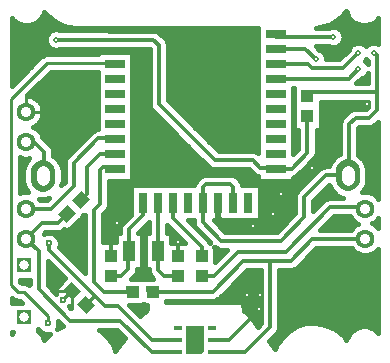
<source format=gbr>
G04 DipTrace 3.2.0.1*
G04 Âåðõíèé.gbr*
%MOMM*%
G04 #@! TF.FileFunction,Copper,L1,Top*
G04 #@! TF.Part,Single*
%AMOUTLINE0*
4,1,4,
-0.7426,0.03197,
-0.03877,0.7423,
0.7426,-0.03197,
0.03877,-0.7423,
-0.7426,0.03197,
0*%
%AMOUTLINE6*
4,1,4,
-0.50007,0.5499,
0.49987,0.5501,
0.50007,-0.5499,
-0.49987,-0.5501,
-0.50007,0.5499,
0*%
%AMOUTLINE9*
4,1,4,
-0.04307,-0.74207,
-0.7428,-0.02763,
0.04307,0.74207,
0.7428,0.02763,
-0.04307,-0.74207,
0*%
%AMOUTLINE12*
4,1,4,
0.54943,0.5006,
0.55057,-0.4994,
-0.54943,-0.5006,
-0.55057,0.4994,
0.54943,0.5006,
0*%
%AMOUTLINE15*
4,1,16,
-1.0495,-0.30177,
-0.94477,-0.75717,
-0.6528,-1.12203,
-0.23143,-1.32407,
0.23587,-1.32327,
0.65653,-1.11983,
0.94727,-0.754,
1.0505,-0.29823,
1.0495,0.30177,
0.94477,0.75717,
0.6528,1.12203,
0.23143,1.32407,
-0.23587,1.32327,
-0.65653,1.11983,
-0.94727,0.754,
-1.0505,0.29823,
-1.0495,-0.30177,
0*%
%AMOUTLINE21*
4,1,5,
-0.75,1.2,
0.75,1.2,
0.75,-0.95,
0.5,-1.2,
-0.75,-1.2,
-0.75,1.2,
0*%
%ADD15C,0.3*%
%ADD19C,0.2*%
%ADD34C,0.9*%
%ADD35C,0.8*%
%ADD36C,1.1*%
G04 #@! TA.AperFunction,CopperBalancing*
%ADD10C,0.25*%
G04 #@! TA.AperFunction,ViaPad*
%ADD16C,0.5*%
%ADD17C,0.6*%
G04 #@! TA.AperFunction,CopperBalancing*
%ADD18C,0.4*%
%ADD20R,1.0X1.1*%
G04 #@! TA.AperFunction,ComponentPad*
%ADD22C,1.6*%
%ADD23C,1.6*%
%ADD24R,1.7X0.8*%
%ADD25R,0.8X1.7*%
G04 #@! TA.AperFunction,ComponentPad*
%ADD26R,1.2X1.2*%
%ADD30R,0.8X0.4*%
%ADD31R,1.0X1.8*%
G04 #@! TA.AperFunction,ViaPad*
%ADD32C,0.7*%
%ADD60OUTLINE0*%
%ADD66OUTLINE6*%
%ADD69OUTLINE9*%
%ADD72OUTLINE12*%
G04 #@! TA.AperFunction,ComponentPad*
%ADD75OUTLINE15*%
%ADD81OUTLINE21*%
%FSLAX35Y35*%
G04*
G71*
G90*
G75*
G01*
G04 Top*
%LPD*%
X680000Y1203000D2*
D15*
Y1173053D1*
X1168627D1*
X680000Y1076000D2*
X931883D1*
X1023507Y984377D1*
X680000Y949000D2*
X950050D1*
X991977Y907073D1*
X1246397D1*
X1380220Y1040897D1*
X680000Y822000D2*
X1296967D1*
X1381520Y906553D1*
X63500Y-230000D2*
Y-393933D1*
X220583Y-551017D1*
X721770D1*
X922213Y-350573D1*
Y-179410D1*
X1103787Y2163D1*
X1302437D1*
Y436283D1*
X1356413Y490260D1*
X1473063D1*
X1535330Y552527D1*
Y703897D1*
Y1017580D1*
X1513760Y1039150D1*
X1289997Y2163D2*
D16*
X1302437D1*
X1535330Y703897D2*
D15*
X949603D1*
Y671213D1*
X63500Y-230000D2*
Y-96513D1*
X90060Y-69953D1*
X294961D1*
X318970Y-93963D1*
Y-228530D1*
X317500Y-230000D1*
X190500D2*
D16*
Y-361030D1*
X254367Y-424897D1*
X486967D1*
X667717D1*
X796090Y-296523D1*
Y-127777D1*
X987860Y63993D1*
X1127477Y203610D1*
Y533070D1*
X1204973Y610567D1*
X1452300D1*
X484657Y-423167D2*
D15*
X486967Y-424897D1*
X-1123830Y-1054883D2*
Y-1054180D1*
X-1046963Y-977313D1*
X538680Y-1130947D2*
X544320D1*
X282123Y-1393143D1*
X140087D1*
X-717743Y-677980D2*
Y-452843D1*
X-664513Y-399613D1*
X-145233Y-683577D2*
Y-563937D1*
X-145043Y-563747D1*
X987673Y64180D2*
D16*
X987860Y63993D1*
X-1250557Y-1250153D2*
D10*
Y-1186543D1*
X-1453333Y-983767D1*
X-1502113D1*
X-1562577Y-923303D1*
Y645947D1*
X-1254763Y953760D1*
X-684760D1*
X-680000Y949000D1*
X-1180123Y1152220D2*
D15*
X-354460D1*
X-311007Y1108767D1*
Y606087D1*
X164633Y130447D1*
X486823D1*
X549367Y67903D1*
X680000D1*
Y60000D1*
X814440D1*
X949603Y195163D1*
Y501213D1*
X-680000Y187000D2*
X-806417D1*
X-919013Y74403D1*
Y-158893D1*
X-963837Y-203717D1*
X54840Y-849670D2*
X156043D1*
X362013Y-643700D1*
X765827D1*
X1142387Y-267140D1*
X1423140D1*
X1435000Y-279000D1*
X-354687Y-983080D2*
X146503D1*
X406607Y-722977D1*
X631663D1*
X807943D1*
X991987Y-538933D1*
X1433067D1*
X1439000Y-533000D1*
X140087Y-1493143D2*
X421670D1*
X631663Y-1283150D1*
Y-722977D1*
X-1085290Y-322670D2*
X-1166097Y-403477D1*
X-1301477D1*
X-1431000Y-533000D1*
X-149913Y-1493143D2*
X-369547D1*
X-634630Y-1228060D1*
X-1058257D1*
X-1326927Y-959390D1*
Y-637073D1*
X-1431000Y-533000D1*
X-524687Y-983267D2*
X-774767D1*
X-859890Y-898143D1*
Y-291920D1*
X-808797Y-240827D1*
Y44780D1*
X-782463Y71113D1*
X-691113D1*
X-680000Y60000D1*
X-190500Y-229000D2*
Y-357540D1*
X54807Y-602847D1*
Y-679670D1*
X-1431000Y285000D2*
X-1365013D1*
X-1278400Y198387D1*
Y9437D1*
X-1289997Y-2160D1*
X-149913Y-1393143D2*
X-370260D1*
X-657663Y-1105740D1*
X-760537D1*
X-845867Y-1020410D1*
X-1240403Y-625873D1*
Y-573397D1*
X-926203Y-1096967D2*
X-922423D1*
X-845867Y-1020410D1*
X-1435000Y-279000D2*
X-1220400D1*
X-1029370Y-87970D1*
Y107393D1*
X-820617Y316147D1*
X-682147D1*
X-680000Y314000D1*
X-444500Y-230000D2*
Y-336963D1*
X-563530Y-455993D1*
Y-641343D1*
X-717743Y-847980D2*
X-625557D1*
X-566370Y-788793D1*
Y-644183D1*
X-563530Y-641343D1*
X-313530D2*
X-317500D1*
Y-230000D1*
X-145233Y-853577D2*
X-264697D1*
X-315943Y-802330D1*
Y-643757D1*
D16*
X1168627Y1173053D3*
X-1180123Y1152220D3*
D17*
X-1250557Y-1250153D3*
X-664513Y-399613D3*
X-145043Y-563747D3*
D16*
X1380220Y1040897D3*
X1513760Y1039150D3*
X1023507Y984377D3*
X1381520Y906553D3*
D17*
X-1240403Y-573397D3*
D32*
X1452300Y610567D3*
D17*
X-1123830Y-1054883D3*
X538680Y-1130947D3*
D32*
X484657Y-423167D3*
D17*
X660540Y-325367D3*
X723217Y-153687D3*
X987673Y64180D3*
X543857Y-1014403D3*
X436410Y-1012793D3*
X-1287740Y1359203D2*
D18*
X-1256833D1*
X1254603D2*
X1287773D1*
X-1316803Y1319537D2*
X-1213943D1*
X1203587D2*
X1316760D1*
X-1548133Y1279870D2*
X-1473867D1*
X-1386100D2*
X-1149413D1*
X1146633D2*
X1386133D1*
X1473900D2*
X1545353D1*
X-1547897Y1240203D2*
X529417D1*
X1227337D2*
X1545353D1*
X-1547977Y1200537D2*
X-1255977D1*
X-290477D2*
X529417D1*
X1254760D2*
X1545353D1*
X-1548053Y1160870D2*
X-1270273D1*
X-250867D2*
X529417D1*
X1258353D2*
X1545353D1*
X-1548053Y1121203D2*
X-1264960D1*
X-231413D2*
X529417D1*
X1242023D2*
X1343790D1*
X1416633D2*
X1482070D1*
X-1548133Y1081537D2*
X-1234180D1*
X-230397D2*
X529417D1*
X1038667D2*
X1299727D1*
X-1548133Y1041870D2*
X-830583D1*
X-529383D2*
X-391600D1*
X-230397D2*
X529417D1*
X1092260D2*
X1268867D1*
X-1548210Y1002203D2*
X-1315117D1*
X-529383D2*
X-391600D1*
X-230397D2*
X529417D1*
X1112260D2*
X1229180D1*
X-1548287Y962537D2*
X-1354803D1*
X-529383D2*
X-391600D1*
X-230397D2*
X529417D1*
X-1548287Y922870D2*
X-1394413D1*
X-529383D2*
X-391600D1*
X-230397D2*
X529417D1*
X-1548367Y883203D2*
X-1434100D1*
X-529383D2*
X-391600D1*
X-230397D2*
X529417D1*
X-1548367Y843537D2*
X-1473787D1*
X-1256180D2*
X-830583D1*
X-529383D2*
X-391600D1*
X-230397D2*
X529417D1*
X-1548443Y803870D2*
X-1513477D1*
X-1295867D2*
X-830583D1*
X-529383D2*
X-391600D1*
X-230397D2*
X529417D1*
X1391167D2*
X1454727D1*
X-1335553Y764203D2*
X-830583D1*
X-529383D2*
X-391600D1*
X-230397D2*
X529417D1*
X-1375163Y724537D2*
X-830583D1*
X-529383D2*
X-391600D1*
X-230397D2*
X529417D1*
X-1414850Y684870D2*
X-830583D1*
X-529383D2*
X-391600D1*
X-230397D2*
X529417D1*
X-1337350Y645203D2*
X-830583D1*
X-529383D2*
X-391600D1*
X-230397D2*
X529417D1*
X-1306023Y605537D2*
X-830583D1*
X-529383D2*
X-391600D1*
X-198133D2*
X529417D1*
X1065227D2*
X1454727D1*
X-1291960Y565870D2*
X-830583D1*
X-529383D2*
X-380193D1*
X-158443D2*
X529417D1*
X1065227D2*
X1340117D1*
X-1290007Y526203D2*
X-830583D1*
X-529383D2*
X-343477D1*
X-118757D2*
X529417D1*
X1065227D2*
X1280040D1*
X-1299460Y486537D2*
X-830583D1*
X-529383D2*
X-303787D1*
X-79147D2*
X529417D1*
X1065227D2*
X1240587D1*
X-1323443Y446870D2*
X-830583D1*
X-529383D2*
X-264100D1*
X-39460D2*
X529417D1*
X1065227D2*
X1222540D1*
X-1355477Y407203D2*
X-830583D1*
X-529383D2*
X-224490D1*
X227D2*
X529417D1*
X1065227D2*
X1221837D1*
X1385697D2*
X1545353D1*
X-1311960Y367537D2*
X-881523D1*
X-529383D2*
X-184803D1*
X39837D2*
X529417D1*
X830617D2*
X869023D1*
X1030227D2*
X1221837D1*
X1383040D2*
X1545353D1*
X-1292037Y327870D2*
X-921210D1*
X-529383D2*
X-145117D1*
X79523D2*
X529417D1*
X830617D2*
X869023D1*
X1030227D2*
X1221837D1*
X1383040D2*
X1545353D1*
X-1255867Y288203D2*
X-960897D1*
X-529383D2*
X-105430D1*
X119213D2*
X529417D1*
X830617D2*
X869023D1*
X1030227D2*
X1221837D1*
X1383040D2*
X1545353D1*
X-1216490Y248537D2*
X-1000583D1*
X-529383D2*
X-65820D1*
X158900D2*
X529417D1*
X830617D2*
X869023D1*
X1030227D2*
X1221837D1*
X1383040D2*
X1545353D1*
X-1198523Y208870D2*
X-1040193D1*
X-529383D2*
X-26133D1*
X198510D2*
X529417D1*
X830617D2*
X851043D1*
X1030227D2*
X1221837D1*
X1383040D2*
X1545353D1*
X-1197820Y169203D2*
X-1079883D1*
X-529383D2*
X13557D1*
X1025697D2*
X1192697D1*
X1387337D2*
X1545353D1*
X-1484460Y129537D2*
X-1422693D1*
X-1157430D2*
X-1106680D1*
X-529383D2*
X53243D1*
X996320D2*
X1153867D1*
X1426010D2*
X1545353D1*
X-1484460Y89870D2*
X-1448007D1*
X-1132117D2*
X-1109960D1*
X-529383D2*
X92853D1*
X956633D2*
X1130900D1*
X1448900D2*
X1545353D1*
X-1484460Y50203D2*
X-1457070D1*
X-1122977D2*
X-1109917D1*
X-529383D2*
X454727D1*
X916947D2*
X1039493D1*
X1458040D2*
X1545353D1*
X-1484460Y10537D2*
X-1460617D1*
X-529383D2*
X494570D1*
X877337D2*
X999807D1*
X1460617D2*
X1545353D1*
X-1484460Y-29130D2*
X-1460487D1*
X-529383D2*
X18557D1*
X374133D2*
X529417D1*
X830617D2*
X960197D1*
X1460617D2*
X1545353D1*
X-1484460Y-68797D2*
X-1453787D1*
X-728210D2*
X-11913D1*
X397570D2*
X920510D1*
X1452883D2*
X1545353D1*
X-1484460Y-108463D2*
X-1441913D1*
X-728210D2*
X-550117D1*
X550070D2*
X880820D1*
X1105463D2*
X1140743D1*
X1439290D2*
X1545353D1*
X-728210Y-148130D2*
X-550117D1*
X550070D2*
X848320D1*
X1065853D2*
X1172307D1*
X1493040D2*
X1545353D1*
X-728210Y-187797D2*
X-550117D1*
X550070D2*
X841603D1*
X1026167D2*
X1240900D1*
X-728210Y-227463D2*
X-550117D1*
X550070D2*
X841603D1*
X1002807D2*
X1069727D1*
X-732820Y-267130D2*
X-550117D1*
X550070D2*
X841603D1*
X1002807D2*
X1030040D1*
X-762430Y-306797D2*
X-550117D1*
X550070D2*
X841603D1*
X-779303Y-346463D2*
X-566367D1*
X550070D2*
X814023D1*
X1175383D2*
X1306523D1*
X-986570Y-386130D2*
X-940507D1*
X-779303D2*
X-605977D1*
X-49617D2*
X-17070D1*
X168040D2*
X774337D1*
X1135697D2*
X1338400D1*
X1531557D2*
X1545433D1*
X-1027117Y-425797D2*
X-940507D1*
X-779303D2*
X-637930D1*
X-421023D2*
X-398083D1*
X207727D2*
X734650D1*
X1096087D2*
X1342463D1*
X-1117117Y-465463D2*
X-940507D1*
X-779303D2*
X-644100D1*
X-460633D2*
X-398083D1*
X-236883D2*
X-194883D1*
X247337D2*
X694963D1*
X-1175320Y-505130D2*
X-940507D1*
X-779303D2*
X-679100D1*
X-447897D2*
X-429150D1*
X-197897D2*
X-155273D1*
X-1149383Y-544797D2*
X-940507D1*
X-779303D2*
X-679100D1*
X-447897D2*
X-429150D1*
X-197897D2*
X-115583D1*
X-1145477Y-584463D2*
X-940507D1*
X-447897D2*
X-429150D1*
X-1129850Y-624130D2*
X-940507D1*
X-447897D2*
X-429150D1*
X170383D2*
X193697D1*
X1019133D2*
X1326603D1*
X-1090163Y-663797D2*
X-940507D1*
X-447897D2*
X-429150D1*
X170383D2*
X229570D1*
X979447D2*
X1380743D1*
X1497260D2*
X1545353D1*
X-1050477Y-703463D2*
X-940507D1*
X-447897D2*
X-429150D1*
X170383D2*
X189923D1*
X939760D2*
X1545353D1*
X-1010787Y-743130D2*
X-940507D1*
X-447897D2*
X-429150D1*
X900150D2*
X1545353D1*
X-1246333Y-782797D2*
X-1195820D1*
X-971180D2*
X-940507D1*
X-447897D2*
X-429150D1*
X859760D2*
X1545353D1*
X-1246333Y-822463D2*
X-1156133D1*
X-493600D2*
X-393867D1*
X419447D2*
X551057D1*
X712260D2*
X1545353D1*
X-1246333Y-862130D2*
X-1116443D1*
X-527350D2*
X-368477D1*
X379760D2*
X551057D1*
X712260D2*
X1545353D1*
X-1475320Y-901797D2*
X-1407537D1*
X-1246333D2*
X-1140273D1*
X340150D2*
X551057D1*
X712260D2*
X1545353D1*
X-1232507Y-941463D2*
X-1177460D1*
X300463D2*
X551057D1*
X712260D2*
X1545353D1*
X260773Y-981130D2*
X551057D1*
X712260D2*
X1545353D1*
X221087Y-1020797D2*
X551057D1*
X712260D2*
X1545353D1*
X-1550633Y-1060463D2*
X-1485430D1*
X-240477D2*
X551057D1*
X712260D2*
X1545353D1*
X-550943Y-1100130D2*
X-416053D1*
X411947D2*
X551057D1*
X712260D2*
X1545353D1*
X-511257Y-1139797D2*
X-416053D1*
X411947D2*
X551057D1*
X712260D2*
X1545353D1*
X455853Y-1179463D2*
X551057D1*
X712260D2*
X1545353D1*
X486400Y-1219130D2*
X551057D1*
X712260D2*
X1545353D1*
X-1155397Y-1258797D2*
X-1139890D1*
X516867D2*
X543713D1*
X712260D2*
X911133D1*
X1080150D2*
X1545353D1*
X710697Y-1298463D2*
X817227D1*
X1185463D2*
X1343400D1*
X1516633D2*
X1545353D1*
X-1300710Y-1338130D2*
X-1280087D1*
X-771883D2*
X-636913D1*
X688977D2*
X764180D1*
X1235773D2*
X1300743D1*
X-733990Y-1377797D2*
X-606443D1*
X649367D2*
X724493D1*
X-703523Y-1417463D2*
X-635740D1*
X638820D2*
X695587D1*
X-684227Y-1457130D2*
X-665020D1*
X-201943Y-566977D2*
X-89380D1*
X-240900Y-415467D1*
Y-489767D1*
X-201930Y-489743D1*
Y-567010D1*
X-783297Y-561380D2*
X-675140D1*
X-675130Y-489743D1*
X-640207D1*
X-639893Y-449983D1*
X-638013Y-438110D1*
X-634300Y-426680D1*
X-628843Y-415970D1*
X-621777Y-406247D1*
X-546153Y-330290D1*
X-546100Y-83400D1*
X-292147D1*
X-292100Y-82400D1*
X-88900D1*
Y-83417D1*
X-11897Y-83400D1*
X-9350Y-72843D1*
X-4750Y-61737D1*
X1530Y-51490D1*
X9337Y-42350D1*
X40313Y-11703D1*
X50037Y-4640D1*
X60747Y817D1*
X72180Y4530D1*
X84050Y6413D1*
X210060Y6647D1*
X308630Y6413D1*
X320503Y4530D1*
X331933Y817D1*
X342643Y-4640D1*
X352367Y-11703D1*
X373137Y-32137D1*
X380943Y-41277D1*
X387223Y-51527D1*
X391823Y-62633D1*
X394627Y-74320D1*
X395337Y-80317D1*
X402900Y-83400D1*
X546100D1*
Y-376600D1*
X154490D1*
X252290Y-474397D1*
X690037Y-474417D1*
X845653Y-318803D1*
X845850Y-173400D1*
X847730Y-161527D1*
X851443Y-150097D1*
X856900Y-139387D1*
X863967Y-129663D1*
X952900Y-40393D1*
X1054040Y60410D1*
X1063763Y67477D1*
X1074473Y72933D1*
X1085903Y76647D1*
X1097777Y78527D1*
X1132460Y78763D1*
X1136443Y95843D1*
X1140027Y104820D1*
X1144983Y113140D1*
X1179273Y156137D1*
X1186397Y162670D1*
X1194473Y168020D1*
X1225870Y183310D1*
X1226073Y442293D1*
X1227953Y454167D1*
X1231667Y465597D1*
X1237123Y476307D1*
X1244190Y486030D1*
X1302250Y544423D1*
X1311390Y552230D1*
X1321637Y558510D1*
X1332743Y563110D1*
X1344430Y565917D1*
X1356413Y566860D1*
X1441337D1*
X1458730Y584253D1*
Y627293D1*
X1061190Y627297D1*
X1061203Y384613D1*
X1026127D1*
X1025967Y189153D1*
X1024087Y177280D1*
X1020373Y165850D1*
X1014917Y155140D1*
X1007850Y145417D1*
X918913Y56147D1*
X864187Y1753D1*
X854463Y-5313D1*
X843753Y-10770D1*
X832300Y-14487D1*
X826600Y-18400D1*
Y-41600D1*
X533400D1*
Y-6990D1*
X520053Y-2867D1*
X509343Y2590D1*
X499620Y9657D1*
X455040Y53900D1*
X158623Y54083D1*
X146750Y55963D1*
X135320Y59677D1*
X124610Y65133D1*
X114887Y72200D1*
X25617Y161133D1*
X-369253Y556340D1*
X-376320Y566063D1*
X-381777Y576773D1*
X-385490Y588203D1*
X-387370Y600077D1*
X-387607Y726087D1*
Y1075697D1*
X-1139693Y1075620D1*
X-1153363Y1069860D1*
X-1166577Y1066687D1*
X-1180123Y1065620D1*
X-1193670Y1066687D1*
X-1206883Y1069860D1*
X-1219440Y1075060D1*
X-1231027Y1082160D1*
X-1241360Y1090983D1*
X-1250183Y1101317D1*
X-1257283Y1112903D1*
X-1262483Y1125460D1*
X-1265657Y1138673D1*
X-1266723Y1152220D1*
X-1265657Y1165767D1*
X-1262483Y1178980D1*
X-1257283Y1191537D1*
X-1250183Y1203123D1*
X-1241360Y1213457D1*
X-1231027Y1222280D1*
X-1219440Y1229380D1*
X-1206883Y1234580D1*
X-1193670Y1237753D1*
X-1180123Y1238820D1*
X-1166577Y1237753D1*
X-1153363Y1234580D1*
X-1139810Y1228823D1*
X-348450Y1228583D1*
X-336577Y1226703D1*
X-325147Y1222990D1*
X-314437Y1217533D1*
X-304713Y1210467D1*
X-256843Y1162930D1*
X-249037Y1153790D1*
X-242757Y1143543D1*
X-238157Y1132437D1*
X-235350Y1120750D1*
X-234407Y1108767D1*
Y637750D1*
X196313Y207097D1*
X492833Y206810D1*
X504707Y204930D1*
X516137Y201217D1*
X526847Y195760D1*
X531867Y192403D1*
X533400Y205400D1*
Y669600D1*
X533480Y1050600D1*
X533400Y1246947D1*
X-1008040Y1249137D1*
X-1079727Y1255057D1*
X-1135033Y1273677D1*
X-1207883Y1317633D1*
X-1272273Y1377493D1*
X-1273200Y1378770D1*
X-1282270Y1382000D1*
X-1291597Y1359480D1*
X-1304333Y1338697D1*
X-1320163Y1320163D1*
X-1338697Y1304333D1*
X-1359480Y1291597D1*
X-1382000Y1282270D1*
X-1405700Y1276580D1*
X-1430000Y1274667D1*
X-1454300Y1276580D1*
X-1478000Y1282270D1*
X-1500520Y1291597D1*
X-1521303Y1304333D1*
X-1539837Y1320163D1*
X-1552747Y1334993D1*
X-1551953Y1222173D1*
X-1552497Y760847D1*
X-1302887Y1010107D1*
X-1293480Y1016940D1*
X-1283120Y1022220D1*
X-1272063Y1025813D1*
X-1260577Y1027633D1*
X-1134763Y1027860D1*
X-826560D1*
X-826600Y1050600D1*
X-533400D1*
Y339400D1*
Y-41600D1*
X-732227D1*
X-732433Y-246837D1*
X-734313Y-258710D1*
X-738027Y-270140D1*
X-743483Y-280850D1*
X-750550Y-290573D1*
X-783303Y-323663D1*
X-783290Y-561373D1*
X-1164927Y-930703D2*
X-1104703Y-869923D1*
X-1250327Y-724280D1*
Y-927620D1*
X-1176363Y-1001623D1*
X-1180583Y-990577D1*
X-1182647Y-978773D1*
X-1182387Y-966797D1*
X-1179813Y-955093D1*
X-1175023Y-944113D1*
X-1168197Y-934267D1*
X-1165500Y-931290D1*
X-1061367Y-1110367D2*
X-1068860Y-1107493D1*
X-1058967Y-1113053D1*
X-1060630Y-1117357D1*
X-1054277Y-1123710D1*
X-1058960Y-1113073D1*
X1549383Y1330727D2*
X1539837Y1320163D1*
X1521303Y1304333D1*
X1500520Y1291597D1*
X1478000Y1282270D1*
X1454300Y1276580D1*
X1430000Y1274667D1*
X1405700Y1276580D1*
X1382000Y1282270D1*
X1359480Y1291597D1*
X1338697Y1304333D1*
X1320163Y1320163D1*
X1304333Y1338697D1*
X1291597Y1359480D1*
X1282270Y1382000D1*
X1278970Y1393693D1*
X1244207Y1351833D1*
X1146123Y1281263D1*
X1122490Y1274897D1*
X1020497Y1249663D1*
X1128203Y1249653D1*
X1141867Y1255413D1*
X1155080Y1258587D1*
X1168627Y1259653D1*
X1182173Y1258587D1*
X1195387Y1255413D1*
X1207943Y1250213D1*
X1219530Y1243113D1*
X1229863Y1234290D1*
X1238687Y1223957D1*
X1245787Y1212370D1*
X1250987Y1199813D1*
X1254160Y1186600D1*
X1255227Y1173053D1*
X1254160Y1159507D1*
X1250987Y1146293D1*
X1245787Y1133737D1*
X1238687Y1122150D1*
X1229863Y1111817D1*
X1219530Y1102993D1*
X1207943Y1095893D1*
X1195387Y1090693D1*
X1182173Y1087520D1*
X1168627Y1086453D1*
X1155080Y1087520D1*
X1141867Y1090693D1*
X1128313Y1096450D1*
X1019800Y1096453D1*
X1049080Y1067133D1*
X1062823Y1061537D1*
X1074410Y1054437D1*
X1084743Y1045613D1*
X1093567Y1035280D1*
X1100667Y1023693D1*
X1105867Y1011137D1*
X1109040Y997923D1*
X1110080Y983660D1*
X1214710Y983673D1*
X1297470Y1066477D1*
X1303060Y1080213D1*
X1310160Y1091800D1*
X1318983Y1102133D1*
X1329317Y1110957D1*
X1340903Y1118057D1*
X1353460Y1123257D1*
X1366673Y1126430D1*
X1380220Y1127497D1*
X1393767Y1126430D1*
X1406980Y1123257D1*
X1419537Y1118057D1*
X1431123Y1110957D1*
X1441457Y1102133D1*
X1447667Y1095117D1*
X1457517Y1105000D1*
X1468510Y1112990D1*
X1480620Y1119157D1*
X1493543Y1123357D1*
X1506967Y1125483D1*
X1520553D1*
X1533977Y1123357D1*
X1546900Y1119157D1*
X1549383Y1118013D1*
X1549377Y1330573D1*
X-1554990Y-1337837D2*
X-1541163Y-1321597D1*
X-1554883Y-1321600D1*
X-1328383Y-1312563D2*
X-1311883Y-1329120D1*
X-1297557Y-1348840D1*
X-1286490Y-1370557D1*
X-1278960Y-1393737D1*
X-1278800Y-1394533D1*
X-1258957Y-1365197D1*
X-1232807Y-1340040D1*
X-1243370Y-1341470D1*
X-1257743D1*
X-1271940Y-1339223D1*
X-1285610Y-1334780D1*
X-1298417Y-1328257D1*
X-1310047Y-1319807D1*
X-1320210Y-1309643D1*
X-1328393Y-1298410D1*
X1279617Y-1391400D2*
X1286490Y-1370557D1*
X1297557Y-1348840D1*
X1311883Y-1329120D1*
X1329120Y-1311883D1*
X1348840Y-1297557D1*
X1370557Y-1286490D1*
X1393737Y-1278960D1*
X1417813Y-1275147D1*
X1442187D1*
X1466263Y-1278960D1*
X1489443Y-1286490D1*
X1511160Y-1297557D1*
X1530880Y-1311883D1*
X1548117Y-1329120D1*
X1549383Y-1330727D1*
X1549377Y-621770D1*
X1539127Y-633127D1*
X1522230Y-647557D1*
X1503287Y-659167D1*
X1482757Y-667670D1*
X1461150Y-672857D1*
X1439000Y-674600D1*
X1416850Y-672857D1*
X1395243Y-667670D1*
X1374713Y-659167D1*
X1355770Y-647557D1*
X1338873Y-633127D1*
X1324443Y-616230D1*
X1323983Y-615543D1*
X1023770Y-615533D1*
X857690Y-781223D1*
X847967Y-788290D1*
X837257Y-793747D1*
X825827Y-797460D1*
X813953Y-799340D1*
X708333Y-799577D1*
X708027Y-1289160D1*
X706147Y-1301033D1*
X702433Y-1312463D1*
X696977Y-1323173D1*
X689910Y-1332897D1*
X622133Y-1401010D1*
X675320Y-1470183D1*
X693937Y-1425297D1*
X738457Y-1364583D1*
X797167Y-1312690D1*
X860597Y-1275553D1*
X940520Y-1251280D1*
X1018323Y-1249727D1*
X1100213Y-1262820D1*
X1181793Y-1298870D1*
X1257947Y-1359020D1*
X1279530Y-1391280D1*
X1316420Y-462310D2*
X1324443Y-449770D1*
X1338873Y-432873D1*
X1355770Y-418443D1*
X1374450Y-406983D1*
X1361013Y-399733D1*
X1343037Y-386673D1*
X1327327Y-370963D1*
X1314267Y-352987D1*
X1309110Y-343777D1*
X1174157Y-343740D1*
X1055517Y-462340D1*
X1316283Y-462333D1*
X1499460Y-405070D2*
X1512987Y-412267D1*
X1530963Y-425327D1*
X1546673Y-441037D1*
X1549390Y-444483D1*
X1549377Y-362550D1*
X1535127Y-379127D1*
X1518230Y-393557D1*
X1499550Y-405017D1*
X1410677Y-139577D2*
X1423890Y-137837D1*
X1446110D1*
X1468057Y-141313D1*
X1489187Y-148180D1*
X1508987Y-158267D1*
X1526963Y-171327D1*
X1542673Y-187037D1*
X1549370Y-195530D1*
X1549377Y458230D1*
X1522810Y432013D1*
X1513087Y424947D1*
X1502377Y419490D1*
X1490947Y415777D1*
X1479073Y413897D1*
X1388140Y413660D1*
X1379033Y404553D1*
X1379037Y171360D1*
X1390270Y165063D1*
X1397770Y158963D1*
X1415870Y137237D1*
X1435443Y112473D1*
X1440227Y104077D1*
X1443643Y95013D1*
X1455877Y41393D1*
X1456580Y12443D1*
X1456463Y-32390D1*
X1450707Y-60773D1*
X1443550Y-91517D1*
X1439963Y-100493D1*
X1435010Y-108813D1*
X1410737Y-139513D1*
X-1488497Y-147923D2*
X-1468057Y-141313D1*
X-1446110Y-137837D1*
X-1423890D1*
X-1414530Y-138943D1*
X-1435440Y-112470D1*
X-1440227Y-104073D1*
X-1443643Y-95010D1*
X-1455877Y-41390D1*
X-1456580Y-12440D1*
X-1456513Y31707D1*
X-1455127Y41270D1*
X-1443550Y91520D1*
X-1439967Y100497D1*
X-1435010Y108817D1*
X-1405853Y145660D1*
X-1419890Y143837D1*
X-1442110D1*
X-1464057Y147313D1*
X-1485187Y154180D1*
X-1488460Y155687D1*
X-1488477Y-147880D1*
X-1320470Y-195737D2*
X-1316027Y-202377D1*
X-1252110Y-202400D1*
X-1239707Y-189977D1*
X-1248597Y-193457D1*
X-1258040Y-195517D1*
X-1286303Y-196120D1*
X-1317887Y-195983D1*
X-1370540Y412930D2*
X-1357013Y405733D1*
X-1339037Y392673D1*
X-1323327Y376963D1*
X-1310267Y358987D1*
X-1300180Y339187D1*
X-1294717Y323030D1*
X-1220153Y248133D1*
X-1213087Y238410D1*
X-1207630Y227700D1*
X-1203917Y216270D1*
X-1202037Y204397D1*
X-1201800Y167370D1*
X-1189723Y160740D1*
X-1182223Y154640D1*
X-1164123Y132913D1*
X-1144550Y108153D1*
X-1139767Y99753D1*
X-1136350Y90690D1*
X-1124117Y37070D1*
X-1123413Y8120D1*
X-1123527Y-36713D1*
X-1129287Y-65097D1*
X-1133143Y-83413D1*
X-1106020Y-56290D1*
X-1105733Y113403D1*
X-1103853Y125277D1*
X-1100140Y136707D1*
X-1094683Y147417D1*
X-1087617Y157140D1*
X-998683Y246410D1*
X-870363Y374393D1*
X-860640Y381460D1*
X-849930Y386917D1*
X-838500Y390630D1*
X-826603Y392513D1*
X-826600Y879697D1*
X-1224057Y879660D1*
X-1423613Y680117D1*
X-1406470Y677697D1*
X-1391013Y673597D1*
X-1376120Y667777D1*
X-1361973Y660317D1*
X-1348760Y651310D1*
X-1336647Y640870D1*
X-1325790Y629130D1*
X-1316323Y616240D1*
X-1308370Y602367D1*
X-1302033Y587683D1*
X-1297390Y572383D1*
X-1294503Y556653D1*
X-1293400Y539000D1*
X-1294303Y523033D1*
X-1297000Y507273D1*
X-1301457Y491913D1*
X-1307620Y477157D1*
X-1315403Y463190D1*
X-1324713Y450187D1*
X-1335433Y438317D1*
X-1347420Y427733D1*
X-1360523Y418567D1*
X-1370417Y412993D1*
X873000Y384613D2*
X838003D1*
Y745473D1*
X826577Y745400D1*
X826523Y466400D1*
Y212400D1*
X826600Y180553D1*
X873027Y226913D1*
X873003Y384617D1*
X166397Y-644650D2*
X166413Y-730937D1*
X269760Y-627623D1*
X214573Y-627380D1*
X202700Y-625500D1*
X191270Y-621787D1*
X180560Y-616330D1*
X170837Y-609263D1*
X166403Y-605163D1*
X163377Y-605613D1*
X165633Y-615013D1*
X166393Y-624650D1*
X166397Y-644650D1*
X123800Y-566067D2*
X128373Y-567753D1*
X109850Y-548613D1*
X5253Y-443680D1*
X-1813Y-433957D1*
X-7270Y-423247D1*
X-10983Y-411817D1*
X-12863Y-399943D1*
X-14900Y-376600D1*
X-63070D1*
X113053Y-553100D1*
X120130Y-562843D1*
X161693Y-601060D2*
X163377Y-605613D1*
X-982197Y-377910D2*
X-1050080Y-444130D1*
X-1057957Y-449730D1*
X-1066617Y-454030D1*
X-1075840Y-456920D1*
X-1085403Y-458333D1*
X-1095067Y-458233D1*
X-1104600Y-456623D1*
X-1109257Y-455253D1*
X-1121073Y-465447D1*
X-1131320Y-471727D1*
X-1142427Y-476327D1*
X-1154113Y-479133D1*
X-1166097Y-480077D1*
X-1269770D1*
X-1280957Y-491283D1*
X-1268710Y-486280D1*
X-1254733Y-482923D1*
X-1240403Y-481797D1*
X-1226073Y-482923D1*
X-1212097Y-486280D1*
X-1198817Y-491780D1*
X-1186563Y-499290D1*
X-1175633Y-508627D1*
X-1166297Y-519557D1*
X-1158787Y-531810D1*
X-1153287Y-545090D1*
X-1149930Y-559067D1*
X-1148803Y-573397D1*
X-1149930Y-587727D1*
X-1153287Y-601703D1*
X-1154073Y-603837D1*
X-936487Y-821460D1*
X-936503Y-330777D1*
X-945163Y-335077D1*
X-949737Y-336710D1*
X-952627Y-339550D1*
X-956417Y-348440D1*
X-961553Y-356630D1*
X-967907Y-363913D1*
X-982197Y-377910D1*
X-244707Y-1060910D2*
X-249767Y-1069187D1*
X-132057Y-1069517D1*
X391073Y-1069763D1*
X397023Y-1071697D1*
X402087Y-1075373D1*
X405763Y-1080437D1*
X407697Y-1086387D1*
X407943Y-1144750D1*
X420003Y-1149017D1*
X428380Y-1153843D1*
X435897Y-1159920D1*
X442370Y-1167097D1*
X528017Y-1278533D1*
X555053Y-1251430D1*
X555063Y-799633D1*
X438303Y-799577D1*
X196250Y-1041327D1*
X186527Y-1048393D1*
X175817Y-1053850D1*
X164387Y-1057563D1*
X152513Y-1059443D1*
X26503Y-1059680D1*
X-244043D1*
X-414373Y-1094557D2*
X-423943Y-1093053D1*
X-433140Y-1090077D1*
X-437550Y-1088050D1*
X-441603Y-1088063D1*
X-450530Y-1091770D1*
X-459927Y-1094037D1*
X-469563Y-1094807D1*
X-560110Y-1094907D1*
X-464453Y-1190620D1*
X-443900Y-1163000D1*
X-437050Y-1156180D1*
X-429220Y-1150513D1*
X-420600Y-1146143D1*
X-416040Y-1144470D1*
X-412057Y-1129517D1*
Y-1094750D1*
X-389810Y-871517D2*
X-355043Y-871480D1*
X-374190Y-852077D1*
X-381257Y-842353D1*
X-386713Y-831643D1*
X-390427Y-820213D1*
X-392307Y-808340D1*
X-392543Y-792877D1*
X-425130Y-792943D1*
Y-489743D1*
X-394113D1*
X-394100Y-394860D1*
X-486957Y-487750D1*
X-475130Y-489743D1*
X-451930D1*
Y-792943D1*
X-489820D1*
X-491887Y-806677D1*
X-495600Y-818107D1*
X-501057Y-828817D1*
X-508123Y-838540D1*
X-540880Y-871630D1*
X-464977Y-871790D1*
X-455430Y-873293D1*
X-446233Y-876270D1*
X-441820Y-878300D1*
X-437770Y-878283D1*
X-428843Y-874577D1*
X-419447Y-872310D1*
X-409810Y-871540D1*
X-389810Y-871517D1*
X-1159240Y-1257340D2*
X-1161487Y-1271537D1*
X-1165930Y-1285207D1*
X-1170820Y-1295097D1*
X-1123323Y-1271317D1*
X-1160317Y-1234330D1*
X-1158957Y-1250153D1*
X-1159240Y-1257340D1*
X1446253Y984883D2*
X1435483Y974273D1*
X1442757Y967790D1*
X1451580Y957457D1*
X1458737Y945747D1*
X1458730Y972257D1*
X1447910Y982907D1*
X1446313Y984930D1*
X1458737Y867360D2*
X1451580Y855650D1*
X1442757Y845317D1*
X1432423Y836493D1*
X1420837Y829393D1*
X1407180Y823883D1*
X1363837Y780543D1*
X1458743Y780497D1*
X1458730Y867257D1*
X-1403477Y-881600D2*
X-1488477D1*
X-1481897Y-899190D1*
X-1471453Y-909633D1*
X-1447520Y-909893D1*
X-1436033Y-911713D1*
X-1424977Y-915307D1*
X-1414617Y-920587D1*
X-1405193Y-927437D1*
X-1403527Y-919390D1*
Y-881657D1*
X-1554647Y-1078400D2*
X-1463553D1*
X-1483983Y-1057910D1*
X-1507927Y-1057640D1*
X-1519413Y-1055820D1*
X-1530470Y-1052227D1*
X-1540830Y-1046947D1*
X-1550237Y-1040113D1*
X-1554567Y-1036107D1*
X-1554663Y-1078373D1*
X1176570Y-148467D2*
X1144553Y-108147D1*
X1139767Y-99750D1*
X1136350Y-90687D1*
X1129667Y-80287D1*
X998797Y-211157D1*
X998813Y-302457D1*
X1092640Y-208893D1*
X1102363Y-201827D1*
X1113073Y-196370D1*
X1124503Y-192657D1*
X1136377Y-190777D1*
X1254183Y-190540D1*
X1243360Y-187187D1*
X1193807Y-163323D1*
X1185853Y-157833D1*
X1178843Y-151150D1*
X-678697Y-1481167D2*
X-598580Y-1372507D1*
X-666393Y-1304627D1*
X-819707Y-1304660D1*
X-801673Y-1315747D1*
X-753070Y-1358193D1*
X-700037Y-1427670D1*
X-678707Y-1481227D1*
X-145233Y-567053D2*
D10*
Y-683577D1*
X-717743Y-561457D2*
Y-677980D1*
X-1046963Y-977313D2*
Y-1112947D1*
X-1182783Y-977313D2*
X-1046963D1*
X-1435000Y680523D2*
Y539000D1*
X-1293477D1*
X190500Y-230000D2*
Y-376523D1*
D20*
X-145233Y-853577D3*
Y-683577D3*
X-717743Y-677980D3*
Y-847980D3*
D60*
X-1046963Y-977313D3*
X-926203Y-1096967D3*
D22*
X1439000Y-533000D3*
D23*
X1435000Y-279000D3*
D22*
X-1431000Y-533000D3*
D23*
X-1435000Y-279000D3*
D22*
X-1431000Y285000D3*
D23*
X-1435000Y539000D3*
D20*
X949603Y501213D3*
Y671213D3*
D66*
X54840Y-849670D3*
X54807Y-679670D3*
D69*
X-1085290Y-322670D3*
X-963837Y-203717D3*
D72*
X-354687Y-983080D3*
X-524687Y-983267D3*
D24*
X-680000Y60000D3*
Y187000D3*
Y314000D3*
Y441000D3*
Y568000D3*
Y695000D3*
Y822000D3*
Y949000D3*
X680000Y60000D3*
Y187000D3*
Y314000D3*
Y441000D3*
Y568000D3*
Y695000D3*
Y822000D3*
Y949000D3*
Y1076000D3*
Y1203000D3*
D25*
X-63500Y-230000D3*
X63500D3*
X-190500Y-229000D3*
X190500Y-230000D3*
X-317500D3*
X317500D3*
X-444500D3*
X444500D3*
D26*
X-1450000Y-760000D3*
Y-1200000D3*
D75*
X1289997Y2163D3*
X-1289997Y-2160D3*
D30*
X-149913Y-1493143D3*
Y-1393143D3*
Y-1293143D3*
X140087Y-1493143D3*
Y-1393143D3*
Y-1293143D3*
D81*
X-4913Y-1393143D3*
D31*
X-563530Y-641343D3*
X-313530D3*
G04 Top Clear*
%LPC*%
D19*
X1168627Y1173053D3*
X-1180123Y1152220D3*
D15*
X-1250557Y-1250153D3*
X-664513Y-399613D3*
X-145043Y-563747D3*
D19*
X1380220Y1040897D3*
X1513760Y1039150D3*
X1023507Y984377D3*
X1381520Y906553D3*
D15*
X-1240403Y-573397D3*
X1452300Y610567D3*
X-1123830Y-1054883D3*
X538680Y-1130947D3*
X484657Y-423167D3*
X660540Y-325367D3*
X723217Y-153687D3*
X987673Y64180D3*
X543857Y-1014403D3*
X436410Y-1012793D3*
D34*
X1439000Y-533000D3*
X1435000Y-279000D3*
X-1431000Y-533000D3*
X-1435000Y-279000D3*
X-1431000Y285000D3*
X-1435000Y539000D3*
D35*
X-1450000Y-760000D3*
Y-1200000D3*
X1289946Y32163D2*
D36*
X1290047Y-27837D1*
X-1290047Y27840D2*
X-1289946Y-32160D1*
M02*

</source>
